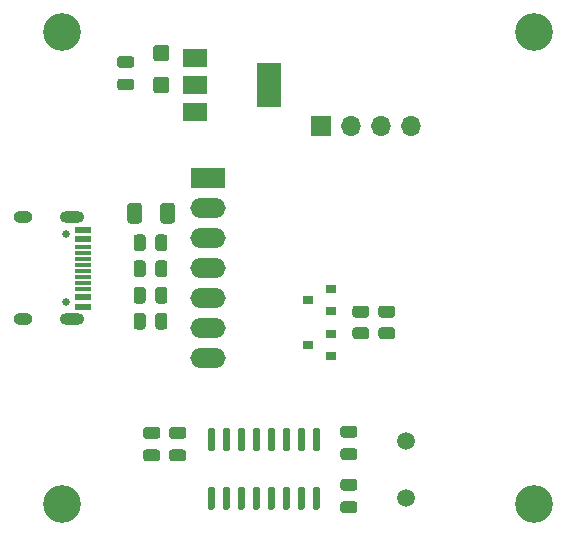
<source format=gbr>
%TF.GenerationSoftware,KiCad,Pcbnew,(5.1.9)-1*%
%TF.CreationDate,2021-09-09T22:45:53+02:00*%
%TF.ProjectId,programmer,70726f67-7261-46d6-9d65-722e6b696361,rev?*%
%TF.SameCoordinates,PX1c9c380PY4c4b400*%
%TF.FileFunction,Soldermask,Top*%
%TF.FilePolarity,Negative*%
%FSLAX46Y46*%
G04 Gerber Fmt 4.6, Leading zero omitted, Abs format (unit mm)*
G04 Created by KiCad (PCBNEW (5.1.9)-1) date 2021-09-09 22:45:53*
%MOMM*%
%LPD*%
G01*
G04 APERTURE LIST*
%ADD10O,3.000000X1.700000*%
%ADD11R,3.000000X1.700000*%
%ADD12O,1.700000X1.700000*%
%ADD13R,1.700000X1.700000*%
%ADD14R,1.450000X0.600000*%
%ADD15R,1.450000X0.300000*%
%ADD16O,2.100000X1.000000*%
%ADD17C,0.650000*%
%ADD18O,1.600000X1.000000*%
%ADD19C,3.200000*%
%ADD20C,1.500000*%
%ADD21R,2.000000X1.500000*%
%ADD22R,2.000000X3.800000*%
%ADD23R,0.900000X0.800000*%
G04 APERTURE END LIST*
D10*
%TO.C,J2*%
X17400000Y17380000D03*
X17400000Y22460000D03*
X17400000Y27540000D03*
D11*
X17400000Y32620000D03*
D10*
X17400000Y30080000D03*
X17400000Y25000000D03*
X17400000Y19920000D03*
%TD*%
D12*
%TO.C,J3*%
X34540000Y37000000D03*
X32000000Y37000000D03*
X29460000Y37000000D03*
D13*
X26920000Y37000000D03*
%TD*%
%TO.C,R6*%
G36*
G01*
X12100000Y23150002D02*
X12100000Y22249998D01*
G75*
G02*
X11850002Y22000000I-249998J0D01*
G01*
X11324998Y22000000D01*
G75*
G02*
X11075000Y22249998I0J249998D01*
G01*
X11075000Y23150002D01*
G75*
G02*
X11324998Y23400000I249998J0D01*
G01*
X11850002Y23400000D01*
G75*
G02*
X12100000Y23150002I0J-249998D01*
G01*
G37*
G36*
G01*
X13925000Y23150002D02*
X13925000Y22249998D01*
G75*
G02*
X13675002Y22000000I-249998J0D01*
G01*
X13149998Y22000000D01*
G75*
G02*
X12900000Y22249998I0J249998D01*
G01*
X12900000Y23150002D01*
G75*
G02*
X13149998Y23400000I249998J0D01*
G01*
X13675002Y23400000D01*
G75*
G02*
X13925000Y23150002I0J-249998D01*
G01*
G37*
%TD*%
%TO.C,R5*%
G36*
G01*
X12100000Y25400002D02*
X12100000Y24499998D01*
G75*
G02*
X11850002Y24250000I-249998J0D01*
G01*
X11324998Y24250000D01*
G75*
G02*
X11075000Y24499998I0J249998D01*
G01*
X11075000Y25400002D01*
G75*
G02*
X11324998Y25650000I249998J0D01*
G01*
X11850002Y25650000D01*
G75*
G02*
X12100000Y25400002I0J-249998D01*
G01*
G37*
G36*
G01*
X13925000Y25400002D02*
X13925000Y24499998D01*
G75*
G02*
X13675002Y24250000I-249998J0D01*
G01*
X13149998Y24250000D01*
G75*
G02*
X12900000Y24499998I0J249998D01*
G01*
X12900000Y25400002D01*
G75*
G02*
X13149998Y25650000I249998J0D01*
G01*
X13675002Y25650000D01*
G75*
G02*
X13925000Y25400002I0J-249998D01*
G01*
G37*
%TD*%
D14*
%TO.C,J1*%
X6795000Y21750000D03*
X6795000Y22550000D03*
X6795000Y27450000D03*
X6795000Y28250000D03*
X6795000Y28250000D03*
X6795000Y27450000D03*
X6795000Y22550000D03*
X6795000Y21750000D03*
D15*
X6795000Y26750000D03*
X6795000Y26250000D03*
X6795000Y25750000D03*
X6795000Y24750000D03*
X6795000Y24250000D03*
X6795000Y23750000D03*
X6795000Y23250000D03*
X6795000Y25250000D03*
D16*
X5880000Y20680000D03*
X5880000Y29320000D03*
D17*
X5350000Y27890000D03*
D18*
X1700000Y29320000D03*
D17*
X5350000Y22110000D03*
D18*
X1700000Y20680000D03*
%TD*%
D19*
%TO.C,REF\u002A\u002A*%
X45000000Y5000000D03*
%TD*%
%TO.C,REF\u002A\u002A*%
X5000000Y5000000D03*
%TD*%
%TO.C,REF\u002A\u002A*%
X45000000Y45000000D03*
%TD*%
%TO.C,REF\u002A\u002A*%
X5000000Y45000000D03*
%TD*%
D20*
%TO.C,Y1*%
X34100000Y5520000D03*
X34100000Y10400000D03*
%TD*%
%TO.C,U2*%
G36*
G01*
X17805000Y9500000D02*
X17505000Y9500000D01*
G75*
G02*
X17355000Y9650000I0J150000D01*
G01*
X17355000Y11300000D01*
G75*
G02*
X17505000Y11450000I150000J0D01*
G01*
X17805000Y11450000D01*
G75*
G02*
X17955000Y11300000I0J-150000D01*
G01*
X17955000Y9650000D01*
G75*
G02*
X17805000Y9500000I-150000J0D01*
G01*
G37*
G36*
G01*
X19075000Y9500000D02*
X18775000Y9500000D01*
G75*
G02*
X18625000Y9650000I0J150000D01*
G01*
X18625000Y11300000D01*
G75*
G02*
X18775000Y11450000I150000J0D01*
G01*
X19075000Y11450000D01*
G75*
G02*
X19225000Y11300000I0J-150000D01*
G01*
X19225000Y9650000D01*
G75*
G02*
X19075000Y9500000I-150000J0D01*
G01*
G37*
G36*
G01*
X20345000Y9500000D02*
X20045000Y9500000D01*
G75*
G02*
X19895000Y9650000I0J150000D01*
G01*
X19895000Y11300000D01*
G75*
G02*
X20045000Y11450000I150000J0D01*
G01*
X20345000Y11450000D01*
G75*
G02*
X20495000Y11300000I0J-150000D01*
G01*
X20495000Y9650000D01*
G75*
G02*
X20345000Y9500000I-150000J0D01*
G01*
G37*
G36*
G01*
X21615000Y9500000D02*
X21315000Y9500000D01*
G75*
G02*
X21165000Y9650000I0J150000D01*
G01*
X21165000Y11300000D01*
G75*
G02*
X21315000Y11450000I150000J0D01*
G01*
X21615000Y11450000D01*
G75*
G02*
X21765000Y11300000I0J-150000D01*
G01*
X21765000Y9650000D01*
G75*
G02*
X21615000Y9500000I-150000J0D01*
G01*
G37*
G36*
G01*
X22885000Y9500000D02*
X22585000Y9500000D01*
G75*
G02*
X22435000Y9650000I0J150000D01*
G01*
X22435000Y11300000D01*
G75*
G02*
X22585000Y11450000I150000J0D01*
G01*
X22885000Y11450000D01*
G75*
G02*
X23035000Y11300000I0J-150000D01*
G01*
X23035000Y9650000D01*
G75*
G02*
X22885000Y9500000I-150000J0D01*
G01*
G37*
G36*
G01*
X24155000Y9500000D02*
X23855000Y9500000D01*
G75*
G02*
X23705000Y9650000I0J150000D01*
G01*
X23705000Y11300000D01*
G75*
G02*
X23855000Y11450000I150000J0D01*
G01*
X24155000Y11450000D01*
G75*
G02*
X24305000Y11300000I0J-150000D01*
G01*
X24305000Y9650000D01*
G75*
G02*
X24155000Y9500000I-150000J0D01*
G01*
G37*
G36*
G01*
X25425000Y9500000D02*
X25125000Y9500000D01*
G75*
G02*
X24975000Y9650000I0J150000D01*
G01*
X24975000Y11300000D01*
G75*
G02*
X25125000Y11450000I150000J0D01*
G01*
X25425000Y11450000D01*
G75*
G02*
X25575000Y11300000I0J-150000D01*
G01*
X25575000Y9650000D01*
G75*
G02*
X25425000Y9500000I-150000J0D01*
G01*
G37*
G36*
G01*
X26695000Y9500000D02*
X26395000Y9500000D01*
G75*
G02*
X26245000Y9650000I0J150000D01*
G01*
X26245000Y11300000D01*
G75*
G02*
X26395000Y11450000I150000J0D01*
G01*
X26695000Y11450000D01*
G75*
G02*
X26845000Y11300000I0J-150000D01*
G01*
X26845000Y9650000D01*
G75*
G02*
X26695000Y9500000I-150000J0D01*
G01*
G37*
G36*
G01*
X26695000Y4550000D02*
X26395000Y4550000D01*
G75*
G02*
X26245000Y4700000I0J150000D01*
G01*
X26245000Y6350000D01*
G75*
G02*
X26395000Y6500000I150000J0D01*
G01*
X26695000Y6500000D01*
G75*
G02*
X26845000Y6350000I0J-150000D01*
G01*
X26845000Y4700000D01*
G75*
G02*
X26695000Y4550000I-150000J0D01*
G01*
G37*
G36*
G01*
X25425000Y4550000D02*
X25125000Y4550000D01*
G75*
G02*
X24975000Y4700000I0J150000D01*
G01*
X24975000Y6350000D01*
G75*
G02*
X25125000Y6500000I150000J0D01*
G01*
X25425000Y6500000D01*
G75*
G02*
X25575000Y6350000I0J-150000D01*
G01*
X25575000Y4700000D01*
G75*
G02*
X25425000Y4550000I-150000J0D01*
G01*
G37*
G36*
G01*
X24155000Y4550000D02*
X23855000Y4550000D01*
G75*
G02*
X23705000Y4700000I0J150000D01*
G01*
X23705000Y6350000D01*
G75*
G02*
X23855000Y6500000I150000J0D01*
G01*
X24155000Y6500000D01*
G75*
G02*
X24305000Y6350000I0J-150000D01*
G01*
X24305000Y4700000D01*
G75*
G02*
X24155000Y4550000I-150000J0D01*
G01*
G37*
G36*
G01*
X22885000Y4550000D02*
X22585000Y4550000D01*
G75*
G02*
X22435000Y4700000I0J150000D01*
G01*
X22435000Y6350000D01*
G75*
G02*
X22585000Y6500000I150000J0D01*
G01*
X22885000Y6500000D01*
G75*
G02*
X23035000Y6350000I0J-150000D01*
G01*
X23035000Y4700000D01*
G75*
G02*
X22885000Y4550000I-150000J0D01*
G01*
G37*
G36*
G01*
X21615000Y4550000D02*
X21315000Y4550000D01*
G75*
G02*
X21165000Y4700000I0J150000D01*
G01*
X21165000Y6350000D01*
G75*
G02*
X21315000Y6500000I150000J0D01*
G01*
X21615000Y6500000D01*
G75*
G02*
X21765000Y6350000I0J-150000D01*
G01*
X21765000Y4700000D01*
G75*
G02*
X21615000Y4550000I-150000J0D01*
G01*
G37*
G36*
G01*
X20345000Y4550000D02*
X20045000Y4550000D01*
G75*
G02*
X19895000Y4700000I0J150000D01*
G01*
X19895000Y6350000D01*
G75*
G02*
X20045000Y6500000I150000J0D01*
G01*
X20345000Y6500000D01*
G75*
G02*
X20495000Y6350000I0J-150000D01*
G01*
X20495000Y4700000D01*
G75*
G02*
X20345000Y4550000I-150000J0D01*
G01*
G37*
G36*
G01*
X19075000Y4550000D02*
X18775000Y4550000D01*
G75*
G02*
X18625000Y4700000I0J150000D01*
G01*
X18625000Y6350000D01*
G75*
G02*
X18775000Y6500000I150000J0D01*
G01*
X19075000Y6500000D01*
G75*
G02*
X19225000Y6350000I0J-150000D01*
G01*
X19225000Y4700000D01*
G75*
G02*
X19075000Y4550000I-150000J0D01*
G01*
G37*
G36*
G01*
X17805000Y4550000D02*
X17505000Y4550000D01*
G75*
G02*
X17355000Y4700000I0J150000D01*
G01*
X17355000Y6350000D01*
G75*
G02*
X17505000Y6500000I150000J0D01*
G01*
X17805000Y6500000D01*
G75*
G02*
X17955000Y6350000I0J-150000D01*
G01*
X17955000Y4700000D01*
G75*
G02*
X17805000Y4550000I-150000J0D01*
G01*
G37*
%TD*%
D21*
%TO.C,U1*%
X16250000Y42800000D03*
X16250000Y38200000D03*
X16250000Y40500000D03*
D22*
X22550000Y40500000D03*
%TD*%
%TO.C,R4*%
G36*
G01*
X32950002Y18975000D02*
X32049998Y18975000D01*
G75*
G02*
X31800000Y19224998I0J249998D01*
G01*
X31800000Y19750002D01*
G75*
G02*
X32049998Y20000000I249998J0D01*
G01*
X32950002Y20000000D01*
G75*
G02*
X33200000Y19750002I0J-249998D01*
G01*
X33200000Y19224998D01*
G75*
G02*
X32950002Y18975000I-249998J0D01*
G01*
G37*
G36*
G01*
X32950002Y20800000D02*
X32049998Y20800000D01*
G75*
G02*
X31800000Y21049998I0J249998D01*
G01*
X31800000Y21575002D01*
G75*
G02*
X32049998Y21825000I249998J0D01*
G01*
X32950002Y21825000D01*
G75*
G02*
X33200000Y21575002I0J-249998D01*
G01*
X33200000Y21049998D01*
G75*
G02*
X32950002Y20800000I-249998J0D01*
G01*
G37*
%TD*%
%TO.C,R3*%
G36*
G01*
X29849998Y21825000D02*
X30750002Y21825000D01*
G75*
G02*
X31000000Y21575002I0J-249998D01*
G01*
X31000000Y21049998D01*
G75*
G02*
X30750002Y20800000I-249998J0D01*
G01*
X29849998Y20800000D01*
G75*
G02*
X29600000Y21049998I0J249998D01*
G01*
X29600000Y21575002D01*
G75*
G02*
X29849998Y21825000I249998J0D01*
G01*
G37*
G36*
G01*
X29849998Y20000000D02*
X30750002Y20000000D01*
G75*
G02*
X31000000Y19750002I0J-249998D01*
G01*
X31000000Y19224998D01*
G75*
G02*
X30750002Y18975000I-249998J0D01*
G01*
X29849998Y18975000D01*
G75*
G02*
X29600000Y19224998I0J249998D01*
G01*
X29600000Y19750002D01*
G75*
G02*
X29849998Y20000000I249998J0D01*
G01*
G37*
%TD*%
%TO.C,R2*%
G36*
G01*
X12100000Y20950002D02*
X12100000Y20049998D01*
G75*
G02*
X11850002Y19800000I-249998J0D01*
G01*
X11324998Y19800000D01*
G75*
G02*
X11075000Y20049998I0J249998D01*
G01*
X11075000Y20950002D01*
G75*
G02*
X11324998Y21200000I249998J0D01*
G01*
X11850002Y21200000D01*
G75*
G02*
X12100000Y20950002I0J-249998D01*
G01*
G37*
G36*
G01*
X13925000Y20950002D02*
X13925000Y20049998D01*
G75*
G02*
X13675002Y19800000I-249998J0D01*
G01*
X13149998Y19800000D01*
G75*
G02*
X12900000Y20049998I0J249998D01*
G01*
X12900000Y20950002D01*
G75*
G02*
X13149998Y21200000I249998J0D01*
G01*
X13675002Y21200000D01*
G75*
G02*
X13925000Y20950002I0J-249998D01*
G01*
G37*
%TD*%
%TO.C,R1*%
G36*
G01*
X12100000Y27600002D02*
X12100000Y26699998D01*
G75*
G02*
X11850002Y26450000I-249998J0D01*
G01*
X11324998Y26450000D01*
G75*
G02*
X11075000Y26699998I0J249998D01*
G01*
X11075000Y27600002D01*
G75*
G02*
X11324998Y27850000I249998J0D01*
G01*
X11850002Y27850000D01*
G75*
G02*
X12100000Y27600002I0J-249998D01*
G01*
G37*
G36*
G01*
X13925000Y27600002D02*
X13925000Y26699998D01*
G75*
G02*
X13675002Y26450000I-249998J0D01*
G01*
X13149998Y26450000D01*
G75*
G02*
X12900000Y26699998I0J249998D01*
G01*
X12900000Y27600002D01*
G75*
G02*
X13149998Y27850000I249998J0D01*
G01*
X13675002Y27850000D01*
G75*
G02*
X13925000Y27600002I0J-249998D01*
G01*
G37*
%TD*%
D23*
%TO.C,Q2*%
X27800000Y17550000D03*
X27800000Y19450000D03*
X25800000Y18500000D03*
%TD*%
%TO.C,Q1*%
X27800000Y21350000D03*
X27800000Y23250000D03*
X25800000Y22300000D03*
%TD*%
%TO.C,D1*%
G36*
G01*
X13325000Y29025000D02*
X13325000Y30275000D01*
G75*
G02*
X13575000Y30525000I250000J0D01*
G01*
X14325000Y30525000D01*
G75*
G02*
X14575000Y30275000I0J-250000D01*
G01*
X14575000Y29025000D01*
G75*
G02*
X14325000Y28775000I-250000J0D01*
G01*
X13575000Y28775000D01*
G75*
G02*
X13325000Y29025000I0J250000D01*
G01*
G37*
G36*
G01*
X10525000Y29025000D02*
X10525000Y30275000D01*
G75*
G02*
X10775000Y30525000I250000J0D01*
G01*
X11525000Y30525000D01*
G75*
G02*
X11775000Y30275000I0J-250000D01*
G01*
X11775000Y29025000D01*
G75*
G02*
X11525000Y28775000I-250000J0D01*
G01*
X10775000Y28775000D01*
G75*
G02*
X10525000Y29025000I0J250000D01*
G01*
G37*
%TD*%
%TO.C,C6*%
G36*
G01*
X29775000Y6150000D02*
X28825000Y6150000D01*
G75*
G02*
X28575000Y6400000I0J250000D01*
G01*
X28575000Y6900000D01*
G75*
G02*
X28825000Y7150000I250000J0D01*
G01*
X29775000Y7150000D01*
G75*
G02*
X30025000Y6900000I0J-250000D01*
G01*
X30025000Y6400000D01*
G75*
G02*
X29775000Y6150000I-250000J0D01*
G01*
G37*
G36*
G01*
X29775000Y4250000D02*
X28825000Y4250000D01*
G75*
G02*
X28575000Y4500000I0J250000D01*
G01*
X28575000Y5000000D01*
G75*
G02*
X28825000Y5250000I250000J0D01*
G01*
X29775000Y5250000D01*
G75*
G02*
X30025000Y5000000I0J-250000D01*
G01*
X30025000Y4500000D01*
G75*
G02*
X29775000Y4250000I-250000J0D01*
G01*
G37*
%TD*%
%TO.C,C5*%
G36*
G01*
X28825000Y9750000D02*
X29775000Y9750000D01*
G75*
G02*
X30025000Y9500000I0J-250000D01*
G01*
X30025000Y9000000D01*
G75*
G02*
X29775000Y8750000I-250000J0D01*
G01*
X28825000Y8750000D01*
G75*
G02*
X28575000Y9000000I0J250000D01*
G01*
X28575000Y9500000D01*
G75*
G02*
X28825000Y9750000I250000J0D01*
G01*
G37*
G36*
G01*
X28825000Y11650000D02*
X29775000Y11650000D01*
G75*
G02*
X30025000Y11400000I0J-250000D01*
G01*
X30025000Y10900000D01*
G75*
G02*
X29775000Y10650000I-250000J0D01*
G01*
X28825000Y10650000D01*
G75*
G02*
X28575000Y10900000I0J250000D01*
G01*
X28575000Y11400000D01*
G75*
G02*
X28825000Y11650000I250000J0D01*
G01*
G37*
%TD*%
%TO.C,C4*%
G36*
G01*
X12125000Y9650000D02*
X13075000Y9650000D01*
G75*
G02*
X13325000Y9400000I0J-250000D01*
G01*
X13325000Y8900000D01*
G75*
G02*
X13075000Y8650000I-250000J0D01*
G01*
X12125000Y8650000D01*
G75*
G02*
X11875000Y8900000I0J250000D01*
G01*
X11875000Y9400000D01*
G75*
G02*
X12125000Y9650000I250000J0D01*
G01*
G37*
G36*
G01*
X12125000Y11550000D02*
X13075000Y11550000D01*
G75*
G02*
X13325000Y11300000I0J-250000D01*
G01*
X13325000Y10800000D01*
G75*
G02*
X13075000Y10550000I-250000J0D01*
G01*
X12125000Y10550000D01*
G75*
G02*
X11875000Y10800000I0J250000D01*
G01*
X11875000Y11300000D01*
G75*
G02*
X12125000Y11550000I250000J0D01*
G01*
G37*
%TD*%
%TO.C,C3*%
G36*
G01*
X14325000Y9650000D02*
X15275000Y9650000D01*
G75*
G02*
X15525000Y9400000I0J-250000D01*
G01*
X15525000Y8900000D01*
G75*
G02*
X15275000Y8650000I-250000J0D01*
G01*
X14325000Y8650000D01*
G75*
G02*
X14075000Y8900000I0J250000D01*
G01*
X14075000Y9400000D01*
G75*
G02*
X14325000Y9650000I250000J0D01*
G01*
G37*
G36*
G01*
X14325000Y11550000D02*
X15275000Y11550000D01*
G75*
G02*
X15525000Y11300000I0J-250000D01*
G01*
X15525000Y10800000D01*
G75*
G02*
X15275000Y10550000I-250000J0D01*
G01*
X14325000Y10550000D01*
G75*
G02*
X14075000Y10800000I0J250000D01*
G01*
X14075000Y11300000D01*
G75*
G02*
X14325000Y11550000I250000J0D01*
G01*
G37*
%TD*%
%TO.C,C2*%
G36*
G01*
X13825001Y42500000D02*
X12974999Y42500000D01*
G75*
G02*
X12725000Y42749999I0J249999D01*
G01*
X12725000Y43650001D01*
G75*
G02*
X12974999Y43900000I249999J0D01*
G01*
X13825001Y43900000D01*
G75*
G02*
X14075000Y43650001I0J-249999D01*
G01*
X14075000Y42749999D01*
G75*
G02*
X13825001Y42500000I-249999J0D01*
G01*
G37*
G36*
G01*
X13825001Y39800000D02*
X12974999Y39800000D01*
G75*
G02*
X12725000Y40049999I0J249999D01*
G01*
X12725000Y40950001D01*
G75*
G02*
X12974999Y41200000I249999J0D01*
G01*
X13825001Y41200000D01*
G75*
G02*
X14075000Y40950001I0J-249999D01*
G01*
X14075000Y40049999D01*
G75*
G02*
X13825001Y39800000I-249999J0D01*
G01*
G37*
%TD*%
%TO.C,C1*%
G36*
G01*
X10875000Y41950000D02*
X9925000Y41950000D01*
G75*
G02*
X9675000Y42200000I0J250000D01*
G01*
X9675000Y42700000D01*
G75*
G02*
X9925000Y42950000I250000J0D01*
G01*
X10875000Y42950000D01*
G75*
G02*
X11125000Y42700000I0J-250000D01*
G01*
X11125000Y42200000D01*
G75*
G02*
X10875000Y41950000I-250000J0D01*
G01*
G37*
G36*
G01*
X10875000Y40050000D02*
X9925000Y40050000D01*
G75*
G02*
X9675000Y40300000I0J250000D01*
G01*
X9675000Y40800000D01*
G75*
G02*
X9925000Y41050000I250000J0D01*
G01*
X10875000Y41050000D01*
G75*
G02*
X11125000Y40800000I0J-250000D01*
G01*
X11125000Y40300000D01*
G75*
G02*
X10875000Y40050000I-250000J0D01*
G01*
G37*
%TD*%
M02*

</source>
